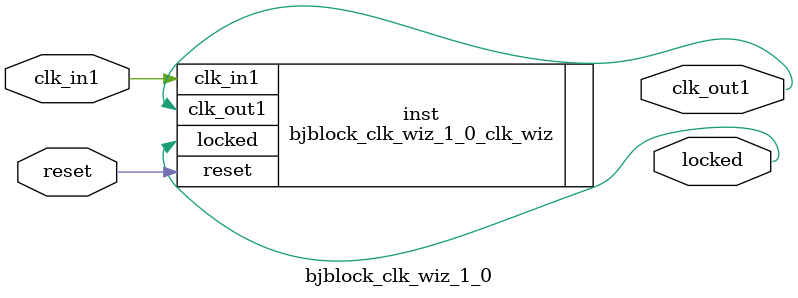
<source format=v>


`timescale 1ps/1ps

(* CORE_GENERATION_INFO = "bjblock_clk_wiz_1_0,clk_wiz_v6_0_11_0_0,{component_name=bjblock_clk_wiz_1_0,use_phase_alignment=true,use_min_o_jitter=false,use_max_i_jitter=false,use_dyn_phase_shift=false,use_inclk_switchover=false,use_dyn_reconfig=false,enable_axi=0,feedback_source=FDBK_AUTO,PRIMITIVE=MMCM,num_out_clk=1,clkin1_period=10.000,clkin2_period=10.000,use_power_down=false,use_reset=true,use_locked=true,use_inclk_stopped=false,feedback_type=SINGLE,CLOCK_MGR_TYPE=NA,manual_override=false}" *)

module bjblock_clk_wiz_1_0 
 (
  // Clock out ports
  output        clk_out1,
  // Status and control signals
  input         reset,
  output        locked,
 // Clock in ports
  input         clk_in1
 );

  bjblock_clk_wiz_1_0_clk_wiz inst
  (
  // Clock out ports  
  .clk_out1(clk_out1),
  // Status and control signals               
  .reset(reset), 
  .locked(locked),
 // Clock in ports
  .clk_in1(clk_in1)
  );

endmodule

</source>
